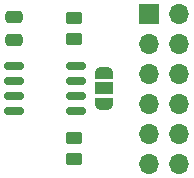
<source format=gbr>
%TF.GenerationSoftware,KiCad,Pcbnew,7.0.10*%
%TF.CreationDate,2024-01-17T19:36:25+01:00*%
%TF.ProjectId,RFM69HW_868,52464d36-3948-4575-9f38-36382e6b6963,rev?*%
%TF.SameCoordinates,Original*%
%TF.FileFunction,Soldermask,Bot*%
%TF.FilePolarity,Negative*%
%FSLAX46Y46*%
G04 Gerber Fmt 4.6, Leading zero omitted, Abs format (unit mm)*
G04 Created by KiCad (PCBNEW 7.0.10) date 2024-01-17 19:36:25*
%MOMM*%
%LPD*%
G01*
G04 APERTURE LIST*
G04 Aperture macros list*
%AMRoundRect*
0 Rectangle with rounded corners*
0 $1 Rounding radius*
0 $2 $3 $4 $5 $6 $7 $8 $9 X,Y pos of 4 corners*
0 Add a 4 corners polygon primitive as box body*
4,1,4,$2,$3,$4,$5,$6,$7,$8,$9,$2,$3,0*
0 Add four circle primitives for the rounded corners*
1,1,$1+$1,$2,$3*
1,1,$1+$1,$4,$5*
1,1,$1+$1,$6,$7*
1,1,$1+$1,$8,$9*
0 Add four rect primitives between the rounded corners*
20,1,$1+$1,$2,$3,$4,$5,0*
20,1,$1+$1,$4,$5,$6,$7,0*
20,1,$1+$1,$6,$7,$8,$9,0*
20,1,$1+$1,$8,$9,$2,$3,0*%
%AMFreePoly0*
4,1,19,0.550000,-0.750000,0.000000,-0.750000,0.000000,-0.744911,-0.071157,-0.744911,-0.207708,-0.704816,-0.327430,-0.627875,-0.420627,-0.520320,-0.479746,-0.390866,-0.500000,-0.250000,-0.500000,0.250000,-0.479746,0.390866,-0.420627,0.520320,-0.327430,0.627875,-0.207708,0.704816,-0.071157,0.744911,0.000000,0.744911,0.000000,0.750000,0.550000,0.750000,0.550000,-0.750000,0.550000,-0.750000,
$1*%
%AMFreePoly1*
4,1,19,0.000000,0.744911,0.071157,0.744911,0.207708,0.704816,0.327430,0.627875,0.420627,0.520320,0.479746,0.390866,0.500000,0.250000,0.500000,-0.250000,0.479746,-0.390866,0.420627,-0.520320,0.327430,-0.627875,0.207708,-0.704816,0.071157,-0.744911,0.000000,-0.744911,0.000000,-0.750000,-0.550000,-0.750000,-0.550000,0.750000,0.000000,0.750000,0.000000,0.744911,0.000000,0.744911,
$1*%
G04 Aperture macros list end*
%ADD10R,1.700000X1.700000*%
%ADD11O,1.700000X1.700000*%
%ADD12FreePoly0,270.000000*%
%ADD13R,1.500000X1.000000*%
%ADD14FreePoly1,270.000000*%
%ADD15RoundRect,0.250000X0.450000X-0.262500X0.450000X0.262500X-0.450000X0.262500X-0.450000X-0.262500X0*%
%ADD16RoundRect,0.250000X-0.450000X0.262500X-0.450000X-0.262500X0.450000X-0.262500X0.450000X0.262500X0*%
%ADD17RoundRect,0.250000X0.475000X-0.250000X0.475000X0.250000X-0.475000X0.250000X-0.475000X-0.250000X0*%
%ADD18RoundRect,0.150000X0.675000X0.150000X-0.675000X0.150000X-0.675000X-0.150000X0.675000X-0.150000X0*%
G04 APERTURE END LIST*
D10*
%TO.C,J1*%
X149860000Y-43180000D03*
D11*
X152400000Y-43180000D03*
X149860000Y-45720000D03*
X152400000Y-45720000D03*
X149860000Y-48260000D03*
X152400000Y-48260000D03*
X149860000Y-50800000D03*
X152400000Y-50800000D03*
X149860000Y-53340000D03*
X152400000Y-53340000D03*
X149860000Y-55880000D03*
X152400000Y-55880000D03*
%TD*%
D12*
%TO.C,JP1*%
X146050000Y-48200000D03*
D13*
X146050000Y-49500000D03*
D14*
X146050000Y-50800000D03*
%TD*%
D15*
%TO.C,R2*%
X143510000Y-55522500D03*
X143510000Y-53697500D03*
%TD*%
D16*
%TO.C,R1*%
X143510000Y-43537500D03*
X143510000Y-45362500D03*
%TD*%
D17*
%TO.C,C2*%
X138430000Y-45400000D03*
X138430000Y-43500000D03*
%TD*%
D18*
%TO.C,U2*%
X143680000Y-47625000D03*
X143680000Y-48895000D03*
X143680000Y-50165000D03*
X143680000Y-51435000D03*
X138430000Y-51435000D03*
X138430000Y-50165000D03*
X138430000Y-48895000D03*
X138430000Y-47625000D03*
%TD*%
M02*

</source>
